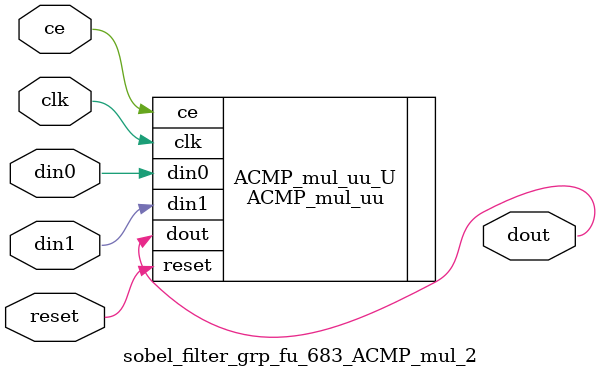
<source format=v>

`timescale 1 ns / 1 ps
module sobel_filter_grp_fu_683_ACMP_mul_2(
    clk,
    reset,
    ce,
    din0,
    din1,
    dout);

parameter ID = 32'd1;
parameter NUM_STAGE = 32'd1;
parameter din0_WIDTH = 32'd1;
parameter din1_WIDTH = 32'd1;
parameter dout_WIDTH = 32'd1;
input clk;
input reset;
input ce;
input[din0_WIDTH - 1:0] din0;
input[din1_WIDTH - 1:0] din1;
output[dout_WIDTH - 1:0] dout;



ACMP_mul_uu #(
.ID( ID ),
.NUM_STAGE( 2 ),
.din0_WIDTH( din0_WIDTH ),
.din1_WIDTH( din1_WIDTH ),
.dout_WIDTH( dout_WIDTH ))
ACMP_mul_uu_U(
    .clk( clk ),
    .reset( reset ),
    .ce( ce ),
    .din0( din0 ),
    .din1( din1 ),
    .dout( dout ));

endmodule

</source>
